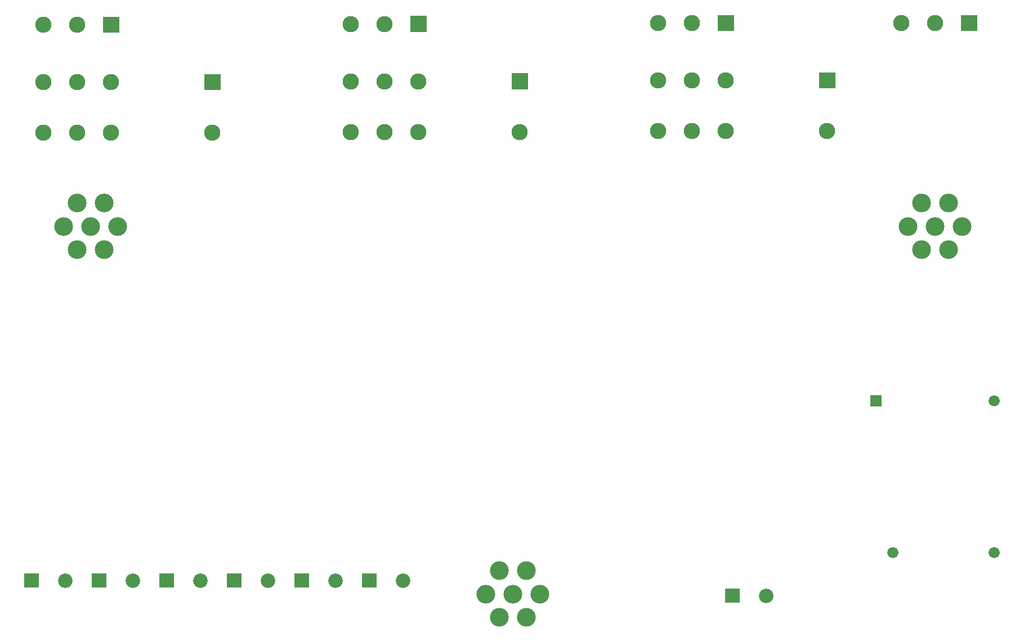
<source format=gbr>
G04 start of page 7 for group -4062 idx -4062 *
G04 Title: (unknown), soldermask *
G04 Creator: pcb 20140316 *
G04 CreationDate: Wed 29 Apr 2020 12:31:51 AM GMT UTC *
G04 For: railfan *
G04 Format: Gerber/RS-274X *
G04 PCB-Dimensions (mil): 6000.00 4000.00 *
G04 PCB-Coordinate-Origin: lower left *
%MOIN*%
%FSLAX25Y25*%
%LNBOTTOMMASK*%
%ADD68C,0.0660*%
%ADD67C,0.0860*%
%ADD66C,0.0960*%
%ADD65C,0.0001*%
%ADD64C,0.1110*%
G54D64*X292000Y45856D03*
G54D65*G36*
X299200Y340800D02*Y331200D01*
X308800D01*
Y340800D01*
X299200D01*
G37*
G54D66*X304000Y306000D03*
X244000Y336000D03*
X224000D03*
X204000D03*
Y306000D03*
X224000D03*
X244000D03*
G54D65*G36*
X239200Y374800D02*Y365200D01*
X248800D01*
Y374800D01*
X239200D01*
G37*
G54D66*X224000Y370000D03*
X204000D03*
G54D65*G36*
X425700Y35300D02*Y26700D01*
X434300D01*
Y35300D01*
X425700D01*
G37*
G54D67*X450000Y31000D03*
G54D64*X300000Y32000D03*
X316000Y32000D03*
X308000Y45856D03*
X284000Y32000D03*
X292000Y18144D03*
X308000D03*
G54D65*G36*
X511700Y149800D02*Y143200D01*
X518300D01*
Y149800D01*
X511700D01*
G37*
G54D68*X525000Y56500D03*
X585000D03*
Y146500D03*
G54D64*X550000Y250000D03*
X542000Y263856D03*
X534000Y250000D03*
X542000Y236144D03*
X558000Y263856D03*
X558000Y236144D03*
X566000Y250000D03*
G54D65*G36*
X565200Y375300D02*Y365700D01*
X574800D01*
Y375300D01*
X565200D01*
G37*
G54D66*X550000Y370500D03*
X530000D03*
G54D65*G36*
X481200Y341300D02*Y331700D01*
X490800D01*
Y341300D01*
X481200D01*
G37*
G54D66*X486000Y306500D03*
X426000Y336500D03*
Y306500D03*
G54D65*G36*
X421200Y375300D02*Y365700D01*
X430800D01*
Y375300D01*
X421200D01*
G37*
G54D66*X406000Y336500D03*
X386000D03*
Y306500D03*
X406000D03*
Y370500D03*
X386000D03*
G54D64*X50000Y250000D03*
X58000Y263856D03*
X42000D03*
X34000Y250000D03*
X42000Y236144D03*
X58000D03*
X66000Y250000D03*
G54D65*G36*
X117200Y340300D02*Y330700D01*
X126800D01*
Y340300D01*
X117200D01*
G37*
G54D66*X122000Y305500D03*
X62000Y335500D03*
Y305500D03*
G54D65*G36*
X57200Y374300D02*Y364700D01*
X66800D01*
Y374300D01*
X57200D01*
G37*
G54D66*X42000Y335500D03*
X22000D03*
Y305500D03*
X42000D03*
Y369500D03*
X22000D03*
G54D65*G36*
X50700Y44300D02*Y35700D01*
X59300D01*
Y44300D01*
X50700D01*
G37*
G36*
X10700D02*Y35700D01*
X19300D01*
Y44300D01*
X10700D01*
G37*
G54D67*X35000Y40000D03*
X75000D03*
G54D65*G36*
X130700Y44300D02*Y35700D01*
X139300D01*
Y44300D01*
X130700D01*
G37*
G36*
X90700D02*Y35700D01*
X99300D01*
Y44300D01*
X90700D01*
G37*
G54D67*X115000Y40000D03*
X155000D03*
G54D65*G36*
X210700Y44300D02*Y35700D01*
X219300D01*
Y44300D01*
X210700D01*
G37*
G54D67*X235000Y40000D03*
G54D65*G36*
X170700Y44300D02*Y35700D01*
X179300D01*
Y44300D01*
X170700D01*
G37*
G54D67*X195000Y40000D03*
M02*

</source>
